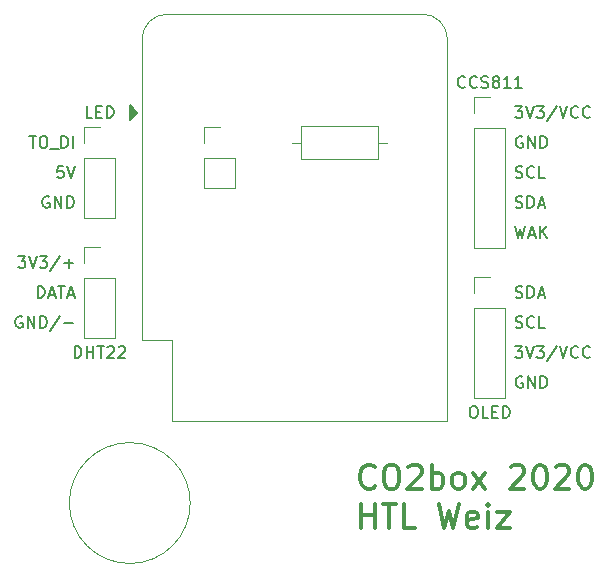
<source format=gbr>
%TF.GenerationSoftware,KiCad,Pcbnew,5.1.8*%
%TF.CreationDate,2020-11-27T01:12:46+01:00*%
%TF.ProjectId,co2box,636f3262-6f78-42e6-9b69-6361645f7063,v0*%
%TF.SameCoordinates,Original*%
%TF.FileFunction,Legend,Top*%
%TF.FilePolarity,Positive*%
%FSLAX46Y46*%
G04 Gerber Fmt 4.6, Leading zero omitted, Abs format (unit mm)*
G04 Created by KiCad (PCBNEW 5.1.8) date 2020-11-27 01:12:46*
%MOMM*%
%LPD*%
G01*
G04 APERTURE LIST*
%ADD10C,0.300000*%
%ADD11C,0.150000*%
%ADD12C,0.120000*%
G04 APERTURE END LIST*
D10*
X152814047Y-105314285D02*
X152718809Y-105409523D01*
X152433095Y-105504761D01*
X152242619Y-105504761D01*
X151956904Y-105409523D01*
X151766428Y-105219047D01*
X151671190Y-105028571D01*
X151575952Y-104647619D01*
X151575952Y-104361904D01*
X151671190Y-103980952D01*
X151766428Y-103790476D01*
X151956904Y-103600000D01*
X152242619Y-103504761D01*
X152433095Y-103504761D01*
X152718809Y-103600000D01*
X152814047Y-103695238D01*
X154052142Y-103504761D02*
X154433095Y-103504761D01*
X154623571Y-103600000D01*
X154814047Y-103790476D01*
X154909285Y-104171428D01*
X154909285Y-104838095D01*
X154814047Y-105219047D01*
X154623571Y-105409523D01*
X154433095Y-105504761D01*
X154052142Y-105504761D01*
X153861666Y-105409523D01*
X153671190Y-105219047D01*
X153575952Y-104838095D01*
X153575952Y-104171428D01*
X153671190Y-103790476D01*
X153861666Y-103600000D01*
X154052142Y-103504761D01*
X155671190Y-103695238D02*
X155766428Y-103600000D01*
X155956904Y-103504761D01*
X156433095Y-103504761D01*
X156623571Y-103600000D01*
X156718809Y-103695238D01*
X156814047Y-103885714D01*
X156814047Y-104076190D01*
X156718809Y-104361904D01*
X155575952Y-105504761D01*
X156814047Y-105504761D01*
X157671190Y-105504761D02*
X157671190Y-103504761D01*
X157671190Y-104266666D02*
X157861666Y-104171428D01*
X158242619Y-104171428D01*
X158433095Y-104266666D01*
X158528333Y-104361904D01*
X158623571Y-104552380D01*
X158623571Y-105123809D01*
X158528333Y-105314285D01*
X158433095Y-105409523D01*
X158242619Y-105504761D01*
X157861666Y-105504761D01*
X157671190Y-105409523D01*
X159766428Y-105504761D02*
X159575952Y-105409523D01*
X159480714Y-105314285D01*
X159385476Y-105123809D01*
X159385476Y-104552380D01*
X159480714Y-104361904D01*
X159575952Y-104266666D01*
X159766428Y-104171428D01*
X160052142Y-104171428D01*
X160242619Y-104266666D01*
X160337857Y-104361904D01*
X160433095Y-104552380D01*
X160433095Y-105123809D01*
X160337857Y-105314285D01*
X160242619Y-105409523D01*
X160052142Y-105504761D01*
X159766428Y-105504761D01*
X161099761Y-105504761D02*
X162147380Y-104171428D01*
X161099761Y-104171428D02*
X162147380Y-105504761D01*
X164337857Y-103695238D02*
X164433095Y-103600000D01*
X164623571Y-103504761D01*
X165099761Y-103504761D01*
X165290238Y-103600000D01*
X165385476Y-103695238D01*
X165480714Y-103885714D01*
X165480714Y-104076190D01*
X165385476Y-104361904D01*
X164242619Y-105504761D01*
X165480714Y-105504761D01*
X166718809Y-103504761D02*
X166909285Y-103504761D01*
X167099761Y-103600000D01*
X167195000Y-103695238D01*
X167290238Y-103885714D01*
X167385476Y-104266666D01*
X167385476Y-104742857D01*
X167290238Y-105123809D01*
X167195000Y-105314285D01*
X167099761Y-105409523D01*
X166909285Y-105504761D01*
X166718809Y-105504761D01*
X166528333Y-105409523D01*
X166433095Y-105314285D01*
X166337857Y-105123809D01*
X166242619Y-104742857D01*
X166242619Y-104266666D01*
X166337857Y-103885714D01*
X166433095Y-103695238D01*
X166528333Y-103600000D01*
X166718809Y-103504761D01*
X168147380Y-103695238D02*
X168242619Y-103600000D01*
X168433095Y-103504761D01*
X168909285Y-103504761D01*
X169099761Y-103600000D01*
X169195000Y-103695238D01*
X169290238Y-103885714D01*
X169290238Y-104076190D01*
X169195000Y-104361904D01*
X168052142Y-105504761D01*
X169290238Y-105504761D01*
X170528333Y-103504761D02*
X170718809Y-103504761D01*
X170909285Y-103600000D01*
X171004523Y-103695238D01*
X171099761Y-103885714D01*
X171195000Y-104266666D01*
X171195000Y-104742857D01*
X171099761Y-105123809D01*
X171004523Y-105314285D01*
X170909285Y-105409523D01*
X170718809Y-105504761D01*
X170528333Y-105504761D01*
X170337857Y-105409523D01*
X170242619Y-105314285D01*
X170147380Y-105123809D01*
X170052142Y-104742857D01*
X170052142Y-104266666D01*
X170147380Y-103885714D01*
X170242619Y-103695238D01*
X170337857Y-103600000D01*
X170528333Y-103504761D01*
X151671190Y-108804761D02*
X151671190Y-106804761D01*
X151671190Y-107757142D02*
X152814047Y-107757142D01*
X152814047Y-108804761D02*
X152814047Y-106804761D01*
X153480714Y-106804761D02*
X154623571Y-106804761D01*
X154052142Y-108804761D02*
X154052142Y-106804761D01*
X156242619Y-108804761D02*
X155290238Y-108804761D01*
X155290238Y-106804761D01*
X158242619Y-106804761D02*
X158718809Y-108804761D01*
X159099761Y-107376190D01*
X159480714Y-108804761D01*
X159956904Y-106804761D01*
X161480714Y-108709523D02*
X161290238Y-108804761D01*
X160909285Y-108804761D01*
X160718809Y-108709523D01*
X160623571Y-108519047D01*
X160623571Y-107757142D01*
X160718809Y-107566666D01*
X160909285Y-107471428D01*
X161290238Y-107471428D01*
X161480714Y-107566666D01*
X161575952Y-107757142D01*
X161575952Y-107947619D01*
X160623571Y-108138095D01*
X162433095Y-108804761D02*
X162433095Y-107471428D01*
X162433095Y-106804761D02*
X162337857Y-106900000D01*
X162433095Y-106995238D01*
X162528333Y-106900000D01*
X162433095Y-106804761D01*
X162433095Y-106995238D01*
X163195000Y-107471428D02*
X164242619Y-107471428D01*
X163195000Y-108804761D01*
X164242619Y-108804761D01*
D11*
X164705357Y-83272380D02*
X164943452Y-84272380D01*
X165133928Y-83558095D01*
X165324404Y-84272380D01*
X165562500Y-83272380D01*
X165895833Y-83986666D02*
X166372023Y-83986666D01*
X165800595Y-84272380D02*
X166133928Y-83272380D01*
X166467261Y-84272380D01*
X166800595Y-84272380D02*
X166800595Y-83272380D01*
X167372023Y-84272380D02*
X166943452Y-83700952D01*
X167372023Y-83272380D02*
X166800595Y-83843809D01*
X164752976Y-81684761D02*
X164895833Y-81732380D01*
X165133928Y-81732380D01*
X165229166Y-81684761D01*
X165276785Y-81637142D01*
X165324404Y-81541904D01*
X165324404Y-81446666D01*
X165276785Y-81351428D01*
X165229166Y-81303809D01*
X165133928Y-81256190D01*
X164943452Y-81208571D01*
X164848214Y-81160952D01*
X164800595Y-81113333D01*
X164752976Y-81018095D01*
X164752976Y-80922857D01*
X164800595Y-80827619D01*
X164848214Y-80780000D01*
X164943452Y-80732380D01*
X165181547Y-80732380D01*
X165324404Y-80780000D01*
X165752976Y-81732380D02*
X165752976Y-80732380D01*
X165991071Y-80732380D01*
X166133928Y-80780000D01*
X166229166Y-80875238D01*
X166276785Y-80970476D01*
X166324404Y-81160952D01*
X166324404Y-81303809D01*
X166276785Y-81494285D01*
X166229166Y-81589523D01*
X166133928Y-81684761D01*
X165991071Y-81732380D01*
X165752976Y-81732380D01*
X166705357Y-81446666D02*
X167181547Y-81446666D01*
X166610119Y-81732380D02*
X166943452Y-80732380D01*
X167276785Y-81732380D01*
X164752976Y-79144761D02*
X164895833Y-79192380D01*
X165133928Y-79192380D01*
X165229166Y-79144761D01*
X165276785Y-79097142D01*
X165324404Y-79001904D01*
X165324404Y-78906666D01*
X165276785Y-78811428D01*
X165229166Y-78763809D01*
X165133928Y-78716190D01*
X164943452Y-78668571D01*
X164848214Y-78620952D01*
X164800595Y-78573333D01*
X164752976Y-78478095D01*
X164752976Y-78382857D01*
X164800595Y-78287619D01*
X164848214Y-78240000D01*
X164943452Y-78192380D01*
X165181547Y-78192380D01*
X165324404Y-78240000D01*
X166324404Y-79097142D02*
X166276785Y-79144761D01*
X166133928Y-79192380D01*
X166038690Y-79192380D01*
X165895833Y-79144761D01*
X165800595Y-79049523D01*
X165752976Y-78954285D01*
X165705357Y-78763809D01*
X165705357Y-78620952D01*
X165752976Y-78430476D01*
X165800595Y-78335238D01*
X165895833Y-78240000D01*
X166038690Y-78192380D01*
X166133928Y-78192380D01*
X166276785Y-78240000D01*
X166324404Y-78287619D01*
X167229166Y-79192380D02*
X166752976Y-79192380D01*
X166752976Y-78192380D01*
X165324404Y-75700000D02*
X165229166Y-75652380D01*
X165086309Y-75652380D01*
X164943452Y-75700000D01*
X164848214Y-75795238D01*
X164800595Y-75890476D01*
X164752976Y-76080952D01*
X164752976Y-76223809D01*
X164800595Y-76414285D01*
X164848214Y-76509523D01*
X164943452Y-76604761D01*
X165086309Y-76652380D01*
X165181547Y-76652380D01*
X165324404Y-76604761D01*
X165372023Y-76557142D01*
X165372023Y-76223809D01*
X165181547Y-76223809D01*
X165800595Y-76652380D02*
X165800595Y-75652380D01*
X166372023Y-76652380D01*
X166372023Y-75652380D01*
X166848214Y-76652380D02*
X166848214Y-75652380D01*
X167086309Y-75652380D01*
X167229166Y-75700000D01*
X167324404Y-75795238D01*
X167372023Y-75890476D01*
X167419642Y-76080952D01*
X167419642Y-76223809D01*
X167372023Y-76414285D01*
X167324404Y-76509523D01*
X167229166Y-76604761D01*
X167086309Y-76652380D01*
X166848214Y-76652380D01*
X164705357Y-73112380D02*
X165324404Y-73112380D01*
X164991071Y-73493333D01*
X165133928Y-73493333D01*
X165229166Y-73540952D01*
X165276785Y-73588571D01*
X165324404Y-73683809D01*
X165324404Y-73921904D01*
X165276785Y-74017142D01*
X165229166Y-74064761D01*
X165133928Y-74112380D01*
X164848214Y-74112380D01*
X164752976Y-74064761D01*
X164705357Y-74017142D01*
X165610119Y-73112380D02*
X165943452Y-74112380D01*
X166276785Y-73112380D01*
X166514880Y-73112380D02*
X167133928Y-73112380D01*
X166800595Y-73493333D01*
X166943452Y-73493333D01*
X167038690Y-73540952D01*
X167086309Y-73588571D01*
X167133928Y-73683809D01*
X167133928Y-73921904D01*
X167086309Y-74017142D01*
X167038690Y-74064761D01*
X166943452Y-74112380D01*
X166657738Y-74112380D01*
X166562500Y-74064761D01*
X166514880Y-74017142D01*
X168276785Y-73064761D02*
X167419642Y-74350476D01*
X168467261Y-73112380D02*
X168800595Y-74112380D01*
X169133928Y-73112380D01*
X170038690Y-74017142D02*
X169991071Y-74064761D01*
X169848214Y-74112380D01*
X169752976Y-74112380D01*
X169610119Y-74064761D01*
X169514880Y-73969523D01*
X169467261Y-73874285D01*
X169419642Y-73683809D01*
X169419642Y-73540952D01*
X169467261Y-73350476D01*
X169514880Y-73255238D01*
X169610119Y-73160000D01*
X169752976Y-73112380D01*
X169848214Y-73112380D01*
X169991071Y-73160000D01*
X170038690Y-73207619D01*
X171038690Y-74017142D02*
X170991071Y-74064761D01*
X170848214Y-74112380D01*
X170752976Y-74112380D01*
X170610119Y-74064761D01*
X170514880Y-73969523D01*
X170467261Y-73874285D01*
X170419642Y-73683809D01*
X170419642Y-73540952D01*
X170467261Y-73350476D01*
X170514880Y-73255238D01*
X170610119Y-73160000D01*
X170752976Y-73112380D01*
X170848214Y-73112380D01*
X170991071Y-73160000D01*
X171038690Y-73207619D01*
X164752976Y-89304761D02*
X164895833Y-89352380D01*
X165133928Y-89352380D01*
X165229166Y-89304761D01*
X165276785Y-89257142D01*
X165324404Y-89161904D01*
X165324404Y-89066666D01*
X165276785Y-88971428D01*
X165229166Y-88923809D01*
X165133928Y-88876190D01*
X164943452Y-88828571D01*
X164848214Y-88780952D01*
X164800595Y-88733333D01*
X164752976Y-88638095D01*
X164752976Y-88542857D01*
X164800595Y-88447619D01*
X164848214Y-88400000D01*
X164943452Y-88352380D01*
X165181547Y-88352380D01*
X165324404Y-88400000D01*
X165752976Y-89352380D02*
X165752976Y-88352380D01*
X165991071Y-88352380D01*
X166133928Y-88400000D01*
X166229166Y-88495238D01*
X166276785Y-88590476D01*
X166324404Y-88780952D01*
X166324404Y-88923809D01*
X166276785Y-89114285D01*
X166229166Y-89209523D01*
X166133928Y-89304761D01*
X165991071Y-89352380D01*
X165752976Y-89352380D01*
X166705357Y-89066666D02*
X167181547Y-89066666D01*
X166610119Y-89352380D02*
X166943452Y-88352380D01*
X167276785Y-89352380D01*
X165324404Y-96020000D02*
X165229166Y-95972380D01*
X165086309Y-95972380D01*
X164943452Y-96020000D01*
X164848214Y-96115238D01*
X164800595Y-96210476D01*
X164752976Y-96400952D01*
X164752976Y-96543809D01*
X164800595Y-96734285D01*
X164848214Y-96829523D01*
X164943452Y-96924761D01*
X165086309Y-96972380D01*
X165181547Y-96972380D01*
X165324404Y-96924761D01*
X165372023Y-96877142D01*
X165372023Y-96543809D01*
X165181547Y-96543809D01*
X165800595Y-96972380D02*
X165800595Y-95972380D01*
X166372023Y-96972380D01*
X166372023Y-95972380D01*
X166848214Y-96972380D02*
X166848214Y-95972380D01*
X167086309Y-95972380D01*
X167229166Y-96020000D01*
X167324404Y-96115238D01*
X167372023Y-96210476D01*
X167419642Y-96400952D01*
X167419642Y-96543809D01*
X167372023Y-96734285D01*
X167324404Y-96829523D01*
X167229166Y-96924761D01*
X167086309Y-96972380D01*
X166848214Y-96972380D01*
X164705357Y-93432380D02*
X165324404Y-93432380D01*
X164991071Y-93813333D01*
X165133928Y-93813333D01*
X165229166Y-93860952D01*
X165276785Y-93908571D01*
X165324404Y-94003809D01*
X165324404Y-94241904D01*
X165276785Y-94337142D01*
X165229166Y-94384761D01*
X165133928Y-94432380D01*
X164848214Y-94432380D01*
X164752976Y-94384761D01*
X164705357Y-94337142D01*
X165610119Y-93432380D02*
X165943452Y-94432380D01*
X166276785Y-93432380D01*
X166514880Y-93432380D02*
X167133928Y-93432380D01*
X166800595Y-93813333D01*
X166943452Y-93813333D01*
X167038690Y-93860952D01*
X167086309Y-93908571D01*
X167133928Y-94003809D01*
X167133928Y-94241904D01*
X167086309Y-94337142D01*
X167038690Y-94384761D01*
X166943452Y-94432380D01*
X166657738Y-94432380D01*
X166562500Y-94384761D01*
X166514880Y-94337142D01*
X168276785Y-93384761D02*
X167419642Y-94670476D01*
X168467261Y-93432380D02*
X168800595Y-94432380D01*
X169133928Y-93432380D01*
X170038690Y-94337142D02*
X169991071Y-94384761D01*
X169848214Y-94432380D01*
X169752976Y-94432380D01*
X169610119Y-94384761D01*
X169514880Y-94289523D01*
X169467261Y-94194285D01*
X169419642Y-94003809D01*
X169419642Y-93860952D01*
X169467261Y-93670476D01*
X169514880Y-93575238D01*
X169610119Y-93480000D01*
X169752976Y-93432380D01*
X169848214Y-93432380D01*
X169991071Y-93480000D01*
X170038690Y-93527619D01*
X171038690Y-94337142D02*
X170991071Y-94384761D01*
X170848214Y-94432380D01*
X170752976Y-94432380D01*
X170610119Y-94384761D01*
X170514880Y-94289523D01*
X170467261Y-94194285D01*
X170419642Y-94003809D01*
X170419642Y-93860952D01*
X170467261Y-93670476D01*
X170514880Y-93575238D01*
X170610119Y-93480000D01*
X170752976Y-93432380D01*
X170848214Y-93432380D01*
X170991071Y-93480000D01*
X171038690Y-93527619D01*
X164752976Y-91844761D02*
X164895833Y-91892380D01*
X165133928Y-91892380D01*
X165229166Y-91844761D01*
X165276785Y-91797142D01*
X165324404Y-91701904D01*
X165324404Y-91606666D01*
X165276785Y-91511428D01*
X165229166Y-91463809D01*
X165133928Y-91416190D01*
X164943452Y-91368571D01*
X164848214Y-91320952D01*
X164800595Y-91273333D01*
X164752976Y-91178095D01*
X164752976Y-91082857D01*
X164800595Y-90987619D01*
X164848214Y-90940000D01*
X164943452Y-90892380D01*
X165181547Y-90892380D01*
X165324404Y-90940000D01*
X166324404Y-91797142D02*
X166276785Y-91844761D01*
X166133928Y-91892380D01*
X166038690Y-91892380D01*
X165895833Y-91844761D01*
X165800595Y-91749523D01*
X165752976Y-91654285D01*
X165705357Y-91463809D01*
X165705357Y-91320952D01*
X165752976Y-91130476D01*
X165800595Y-91035238D01*
X165895833Y-90940000D01*
X166038690Y-90892380D01*
X166133928Y-90892380D01*
X166276785Y-90940000D01*
X166324404Y-90987619D01*
X167229166Y-91892380D02*
X166752976Y-91892380D01*
X166752976Y-90892380D01*
X161107619Y-98512380D02*
X161298095Y-98512380D01*
X161393333Y-98560000D01*
X161488571Y-98655238D01*
X161536190Y-98845714D01*
X161536190Y-99179047D01*
X161488571Y-99369523D01*
X161393333Y-99464761D01*
X161298095Y-99512380D01*
X161107619Y-99512380D01*
X161012380Y-99464761D01*
X160917142Y-99369523D01*
X160869523Y-99179047D01*
X160869523Y-98845714D01*
X160917142Y-98655238D01*
X161012380Y-98560000D01*
X161107619Y-98512380D01*
X162440952Y-99512380D02*
X161964761Y-99512380D01*
X161964761Y-98512380D01*
X162774285Y-98988571D02*
X163107619Y-98988571D01*
X163250476Y-99512380D02*
X162774285Y-99512380D01*
X162774285Y-98512380D01*
X163250476Y-98512380D01*
X163679047Y-99512380D02*
X163679047Y-98512380D01*
X163917142Y-98512380D01*
X164060000Y-98560000D01*
X164155238Y-98655238D01*
X164202857Y-98750476D01*
X164250476Y-98940952D01*
X164250476Y-99083809D01*
X164202857Y-99274285D01*
X164155238Y-99369523D01*
X164060000Y-99464761D01*
X163917142Y-99512380D01*
X163679047Y-99512380D01*
X160464761Y-71477142D02*
X160417142Y-71524761D01*
X160274285Y-71572380D01*
X160179047Y-71572380D01*
X160036190Y-71524761D01*
X159940952Y-71429523D01*
X159893333Y-71334285D01*
X159845714Y-71143809D01*
X159845714Y-71000952D01*
X159893333Y-70810476D01*
X159940952Y-70715238D01*
X160036190Y-70620000D01*
X160179047Y-70572380D01*
X160274285Y-70572380D01*
X160417142Y-70620000D01*
X160464761Y-70667619D01*
X161464761Y-71477142D02*
X161417142Y-71524761D01*
X161274285Y-71572380D01*
X161179047Y-71572380D01*
X161036190Y-71524761D01*
X160940952Y-71429523D01*
X160893333Y-71334285D01*
X160845714Y-71143809D01*
X160845714Y-71000952D01*
X160893333Y-70810476D01*
X160940952Y-70715238D01*
X161036190Y-70620000D01*
X161179047Y-70572380D01*
X161274285Y-70572380D01*
X161417142Y-70620000D01*
X161464761Y-70667619D01*
X161845714Y-71524761D02*
X161988571Y-71572380D01*
X162226666Y-71572380D01*
X162321904Y-71524761D01*
X162369523Y-71477142D01*
X162417142Y-71381904D01*
X162417142Y-71286666D01*
X162369523Y-71191428D01*
X162321904Y-71143809D01*
X162226666Y-71096190D01*
X162036190Y-71048571D01*
X161940952Y-71000952D01*
X161893333Y-70953333D01*
X161845714Y-70858095D01*
X161845714Y-70762857D01*
X161893333Y-70667619D01*
X161940952Y-70620000D01*
X162036190Y-70572380D01*
X162274285Y-70572380D01*
X162417142Y-70620000D01*
X162988571Y-71000952D02*
X162893333Y-70953333D01*
X162845714Y-70905714D01*
X162798095Y-70810476D01*
X162798095Y-70762857D01*
X162845714Y-70667619D01*
X162893333Y-70620000D01*
X162988571Y-70572380D01*
X163179047Y-70572380D01*
X163274285Y-70620000D01*
X163321904Y-70667619D01*
X163369523Y-70762857D01*
X163369523Y-70810476D01*
X163321904Y-70905714D01*
X163274285Y-70953333D01*
X163179047Y-71000952D01*
X162988571Y-71000952D01*
X162893333Y-71048571D01*
X162845714Y-71096190D01*
X162798095Y-71191428D01*
X162798095Y-71381904D01*
X162845714Y-71477142D01*
X162893333Y-71524761D01*
X162988571Y-71572380D01*
X163179047Y-71572380D01*
X163274285Y-71524761D01*
X163321904Y-71477142D01*
X163369523Y-71381904D01*
X163369523Y-71191428D01*
X163321904Y-71096190D01*
X163274285Y-71048571D01*
X163179047Y-71000952D01*
X164321904Y-71572380D02*
X163750476Y-71572380D01*
X164036190Y-71572380D02*
X164036190Y-70572380D01*
X163940952Y-70715238D01*
X163845714Y-70810476D01*
X163750476Y-70858095D01*
X165274285Y-71572380D02*
X164702857Y-71572380D01*
X164988571Y-71572380D02*
X164988571Y-70572380D01*
X164893333Y-70715238D01*
X164798095Y-70810476D01*
X164702857Y-70858095D01*
X122966071Y-90940000D02*
X122870833Y-90892380D01*
X122727976Y-90892380D01*
X122585119Y-90940000D01*
X122489880Y-91035238D01*
X122442261Y-91130476D01*
X122394642Y-91320952D01*
X122394642Y-91463809D01*
X122442261Y-91654285D01*
X122489880Y-91749523D01*
X122585119Y-91844761D01*
X122727976Y-91892380D01*
X122823214Y-91892380D01*
X122966071Y-91844761D01*
X123013690Y-91797142D01*
X123013690Y-91463809D01*
X122823214Y-91463809D01*
X123442261Y-91892380D02*
X123442261Y-90892380D01*
X124013690Y-91892380D01*
X124013690Y-90892380D01*
X124489880Y-91892380D02*
X124489880Y-90892380D01*
X124727976Y-90892380D01*
X124870833Y-90940000D01*
X124966071Y-91035238D01*
X125013690Y-91130476D01*
X125061309Y-91320952D01*
X125061309Y-91463809D01*
X125013690Y-91654285D01*
X124966071Y-91749523D01*
X124870833Y-91844761D01*
X124727976Y-91892380D01*
X124489880Y-91892380D01*
X126204166Y-90844761D02*
X125347023Y-92130476D01*
X126537500Y-91511428D02*
X127299404Y-91511428D01*
X124299404Y-89352380D02*
X124299404Y-88352380D01*
X124537500Y-88352380D01*
X124680357Y-88400000D01*
X124775595Y-88495238D01*
X124823214Y-88590476D01*
X124870833Y-88780952D01*
X124870833Y-88923809D01*
X124823214Y-89114285D01*
X124775595Y-89209523D01*
X124680357Y-89304761D01*
X124537500Y-89352380D01*
X124299404Y-89352380D01*
X125251785Y-89066666D02*
X125727976Y-89066666D01*
X125156547Y-89352380D02*
X125489880Y-88352380D01*
X125823214Y-89352380D01*
X126013690Y-88352380D02*
X126585119Y-88352380D01*
X126299404Y-89352380D02*
X126299404Y-88352380D01*
X126870833Y-89066666D02*
X127347023Y-89066666D01*
X126775595Y-89352380D02*
X127108928Y-88352380D01*
X127442261Y-89352380D01*
X122632738Y-85812380D02*
X123251785Y-85812380D01*
X122918452Y-86193333D01*
X123061309Y-86193333D01*
X123156547Y-86240952D01*
X123204166Y-86288571D01*
X123251785Y-86383809D01*
X123251785Y-86621904D01*
X123204166Y-86717142D01*
X123156547Y-86764761D01*
X123061309Y-86812380D01*
X122775595Y-86812380D01*
X122680357Y-86764761D01*
X122632738Y-86717142D01*
X123537500Y-85812380D02*
X123870833Y-86812380D01*
X124204166Y-85812380D01*
X124442261Y-85812380D02*
X125061309Y-85812380D01*
X124727976Y-86193333D01*
X124870833Y-86193333D01*
X124966071Y-86240952D01*
X125013690Y-86288571D01*
X125061309Y-86383809D01*
X125061309Y-86621904D01*
X125013690Y-86717142D01*
X124966071Y-86764761D01*
X124870833Y-86812380D01*
X124585119Y-86812380D01*
X124489880Y-86764761D01*
X124442261Y-86717142D01*
X126204166Y-85764761D02*
X125347023Y-87050476D01*
X126537500Y-86431428D02*
X127299404Y-86431428D01*
X126918452Y-86812380D02*
X126918452Y-86050476D01*
X127420952Y-94432380D02*
X127420952Y-93432380D01*
X127659047Y-93432380D01*
X127801904Y-93480000D01*
X127897142Y-93575238D01*
X127944761Y-93670476D01*
X127992380Y-93860952D01*
X127992380Y-94003809D01*
X127944761Y-94194285D01*
X127897142Y-94289523D01*
X127801904Y-94384761D01*
X127659047Y-94432380D01*
X127420952Y-94432380D01*
X128420952Y-94432380D02*
X128420952Y-93432380D01*
X128420952Y-93908571D02*
X128992380Y-93908571D01*
X128992380Y-94432380D02*
X128992380Y-93432380D01*
X129325714Y-93432380D02*
X129897142Y-93432380D01*
X129611428Y-94432380D02*
X129611428Y-93432380D01*
X130182857Y-93527619D02*
X130230476Y-93480000D01*
X130325714Y-93432380D01*
X130563809Y-93432380D01*
X130659047Y-93480000D01*
X130706666Y-93527619D01*
X130754285Y-93622857D01*
X130754285Y-93718095D01*
X130706666Y-93860952D01*
X130135238Y-94432380D01*
X130754285Y-94432380D01*
X131135238Y-93527619D02*
X131182857Y-93480000D01*
X131278095Y-93432380D01*
X131516190Y-93432380D01*
X131611428Y-93480000D01*
X131659047Y-93527619D01*
X131706666Y-93622857D01*
X131706666Y-93718095D01*
X131659047Y-93860952D01*
X131087619Y-94432380D01*
X131706666Y-94432380D01*
X125251785Y-80780000D02*
X125156547Y-80732380D01*
X125013690Y-80732380D01*
X124870833Y-80780000D01*
X124775595Y-80875238D01*
X124727976Y-80970476D01*
X124680357Y-81160952D01*
X124680357Y-81303809D01*
X124727976Y-81494285D01*
X124775595Y-81589523D01*
X124870833Y-81684761D01*
X125013690Y-81732380D01*
X125108928Y-81732380D01*
X125251785Y-81684761D01*
X125299404Y-81637142D01*
X125299404Y-81303809D01*
X125108928Y-81303809D01*
X125727976Y-81732380D02*
X125727976Y-80732380D01*
X126299404Y-81732380D01*
X126299404Y-80732380D01*
X126775595Y-81732380D02*
X126775595Y-80732380D01*
X127013690Y-80732380D01*
X127156547Y-80780000D01*
X127251785Y-80875238D01*
X127299404Y-80970476D01*
X127347023Y-81160952D01*
X127347023Y-81303809D01*
X127299404Y-81494285D01*
X127251785Y-81589523D01*
X127156547Y-81684761D01*
X127013690Y-81732380D01*
X126775595Y-81732380D01*
X126442261Y-78192380D02*
X125966071Y-78192380D01*
X125918452Y-78668571D01*
X125966071Y-78620952D01*
X126061309Y-78573333D01*
X126299404Y-78573333D01*
X126394642Y-78620952D01*
X126442261Y-78668571D01*
X126489880Y-78763809D01*
X126489880Y-79001904D01*
X126442261Y-79097142D01*
X126394642Y-79144761D01*
X126299404Y-79192380D01*
X126061309Y-79192380D01*
X125966071Y-79144761D01*
X125918452Y-79097142D01*
X126775595Y-78192380D02*
X127108928Y-79192380D01*
X127442261Y-78192380D01*
X123585119Y-75652380D02*
X124156547Y-75652380D01*
X123870833Y-76652380D02*
X123870833Y-75652380D01*
X124680357Y-75652380D02*
X124870833Y-75652380D01*
X124966071Y-75700000D01*
X125061309Y-75795238D01*
X125108928Y-75985714D01*
X125108928Y-76319047D01*
X125061309Y-76509523D01*
X124966071Y-76604761D01*
X124870833Y-76652380D01*
X124680357Y-76652380D01*
X124585119Y-76604761D01*
X124489880Y-76509523D01*
X124442261Y-76319047D01*
X124442261Y-75985714D01*
X124489880Y-75795238D01*
X124585119Y-75700000D01*
X124680357Y-75652380D01*
X125299404Y-76747619D02*
X126061309Y-76747619D01*
X126299404Y-76652380D02*
X126299404Y-75652380D01*
X126537500Y-75652380D01*
X126680357Y-75700000D01*
X126775595Y-75795238D01*
X126823214Y-75890476D01*
X126870833Y-76080952D01*
X126870833Y-76223809D01*
X126823214Y-76414285D01*
X126775595Y-76509523D01*
X126680357Y-76604761D01*
X126537500Y-76652380D01*
X126299404Y-76652380D01*
X127299404Y-76652380D02*
X127299404Y-75652380D01*
X128897142Y-74112380D02*
X128420952Y-74112380D01*
X128420952Y-73112380D01*
X129230476Y-73588571D02*
X129563809Y-73588571D01*
X129706666Y-74112380D02*
X129230476Y-74112380D01*
X129230476Y-73112380D01*
X129706666Y-73112380D01*
X130135238Y-74112380D02*
X130135238Y-73112380D01*
X130373333Y-73112380D01*
X130516190Y-73160000D01*
X130611428Y-73255238D01*
X130659047Y-73350476D01*
X130706666Y-73540952D01*
X130706666Y-73683809D01*
X130659047Y-73874285D01*
X130611428Y-73969523D01*
X130516190Y-74064761D01*
X130373333Y-74112380D01*
X130135238Y-74112380D01*
D12*
%TO.C,R1*%
X146590000Y-74830000D02*
X146590000Y-77570000D01*
X146590000Y-77570000D02*
X153130000Y-77570000D01*
X153130000Y-77570000D02*
X153130000Y-74830000D01*
X153130000Y-74830000D02*
X146590000Y-74830000D01*
X145820000Y-76200000D02*
X146590000Y-76200000D01*
X153900000Y-76200000D02*
X153130000Y-76200000D01*
%TO.C,C1*%
X137200000Y-106720000D02*
G75*
G03*
X137200000Y-106720000I-5120000J0D01*
G01*
%TO.C,J_WS2812B_1*%
X128210000Y-82610000D02*
X130870000Y-82610000D01*
X128210000Y-77470000D02*
X128210000Y-82610000D01*
X130870000Y-77470000D02*
X130870000Y-82610000D01*
X128210000Y-77470000D02*
X130870000Y-77470000D01*
X128210000Y-76200000D02*
X128210000Y-74870000D01*
X128210000Y-74870000D02*
X129540000Y-74870000D01*
%TO.C,J_OLED_1*%
X161230000Y-97850000D02*
X163890000Y-97850000D01*
X161230000Y-90170000D02*
X161230000Y-97850000D01*
X163890000Y-90170000D02*
X163890000Y-97850000D01*
X161230000Y-90170000D02*
X163890000Y-90170000D01*
X161230000Y-88900000D02*
X161230000Y-87570000D01*
X161230000Y-87570000D02*
X162560000Y-87570000D01*
%TO.C,J_DHT22*%
X128210000Y-92770000D02*
X130870000Y-92770000D01*
X128210000Y-87630000D02*
X128210000Y-92770000D01*
X130870000Y-87630000D02*
X130870000Y-92770000D01*
X128210000Y-87630000D02*
X130870000Y-87630000D01*
X128210000Y-86360000D02*
X128210000Y-85030000D01*
X128210000Y-85030000D02*
X129540000Y-85030000D01*
%TO.C,J1*%
X138370000Y-80070000D02*
X141030000Y-80070000D01*
X138370000Y-77470000D02*
X138370000Y-80070000D01*
X141030000Y-77470000D02*
X141030000Y-80070000D01*
X138370000Y-77470000D02*
X141030000Y-77470000D01*
X138370000Y-76200000D02*
X138370000Y-74870000D01*
X138370000Y-74870000D02*
X139700000Y-74870000D01*
%TO.C,J_CCS811*%
X161230000Y-85150000D02*
X163890000Y-85150000D01*
X161230000Y-74930000D02*
X161230000Y-85150000D01*
X163890000Y-74930000D02*
X163890000Y-85150000D01*
X161230000Y-74930000D02*
X163890000Y-74930000D01*
X161230000Y-73660000D02*
X161230000Y-72330000D01*
X161230000Y-72330000D02*
X162560000Y-72330000D01*
%TO.C,U1*%
X135660000Y-99780000D02*
X158980000Y-99780000D01*
X133120000Y-92880000D02*
X133120000Y-67450000D01*
X158980000Y-99780000D02*
X158980000Y-67450000D01*
X156860000Y-65320000D02*
X135250000Y-65320000D01*
D11*
G36*
X132080000Y-73025000D02*
G01*
X132080000Y-74295000D01*
X132715000Y-73660000D01*
X132080000Y-73025000D01*
G37*
X132080000Y-73025000D02*
X132080000Y-74295000D01*
X132715000Y-73660000D01*
X132080000Y-73025000D01*
D12*
X133120000Y-92880000D02*
X135660000Y-92880000D01*
X135660000Y-92880000D02*
X135660000Y-99780000D01*
X156850000Y-65320000D02*
G75*
G02*
X158980000Y-67450000I0J-2130000D01*
G01*
X133120000Y-67450000D02*
G75*
G02*
X135250000Y-65320000I2130000J0D01*
G01*
%TD*%
M02*

</source>
